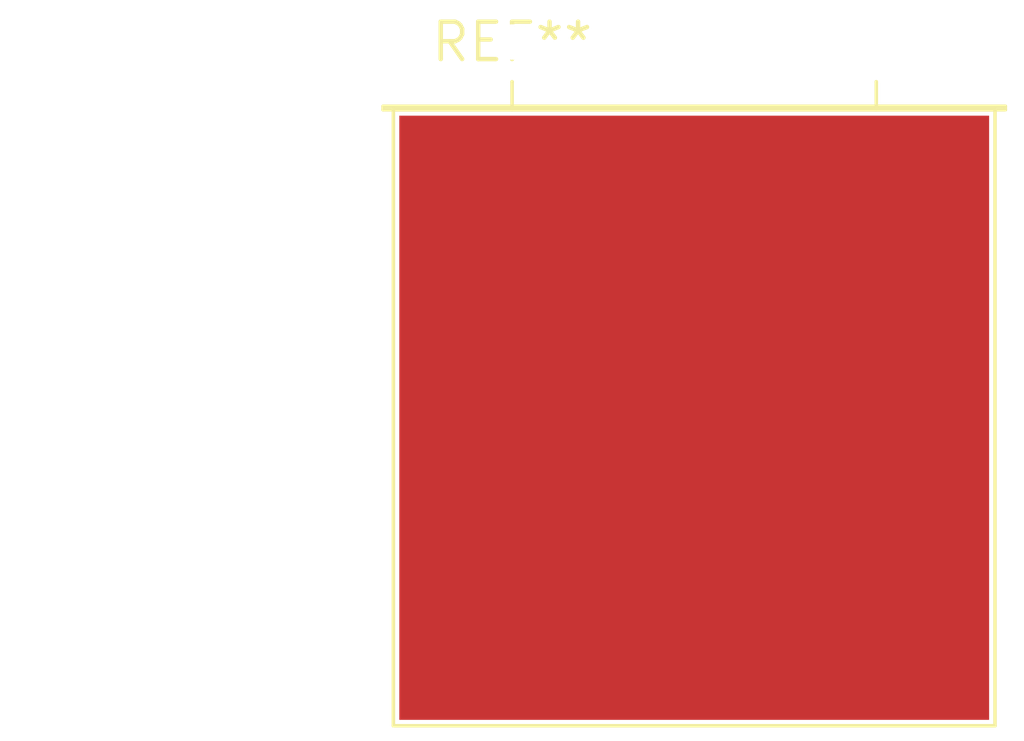
<source format=kicad_pcb>
(kicad_pcb (version 20240108) (generator pcbnew)
  (layers (0 "F.Cu" signal) (31 "B.Cu" signal) (34 "B.Paste" user) (35 "F.Paste" user) (36 "B.SilkS" user "B.Silkscreen") (37 "F.SilkS" user "F.Silkscreen") (38 "B.Mask" user) (39 "F.Mask" user) (44 "Edge.Cuts" user))
  (net 0 "")
  (footprint "Crystal_HC51_Horizontal_1EP_style1" (layer "F.Cu") (at 0 0)
    (property "Reference" "REF**")
    (property "Value" "Crystal_HC51_Horizontal_1EP_style1")
    (fp_line (start -4.375 2.18) (end 16.725 2.18) (layer "F.SilkS") (stroke (width 0.12)))
    (fp_line (start -4.375 2.3) (end -4.375 2.18) (layer "F.SilkS") (stroke (width 0.12)))
    (fp_line (start -4.025 2.3) (end -4.025 23.2) (layer "F.SilkS") (stroke (width 0.12)))
    (fp_line (start -4.025 23.2) (end 16.375 23.2) (layer "F.SilkS") (stroke (width 0.12)))
    (fp_line (start 0 1.35) (end 0 1.35) (layer "F.SilkS") (stroke (width 0.12)))
    (fp_line (start 0 2.3) (end 0 1.35) (layer "F.SilkS") (stroke (width 0.12)))
    (fp_line (start 12.35 1.35) (end 12.35 1.35) (layer "F.SilkS") (stroke (width 0.12)))
    (fp_line (start 12.35 2.3) (end 12.35 1.35) (layer "F.SilkS") (stroke (width 0.12)))
    (fp_line (start 16.375 2.3) (end -4.025 2.3) (layer "F.SilkS") (stroke (width 0.12)))
    (fp_line (start 16.375 23.2) (end 16.375 2.3) (layer "F.SilkS") (stroke (width 0.12)))
    (fp_line (start 16.725 2.18) (end 16.725 2.3) (layer "F.SilkS") (stroke (width 0.12)))
    (fp_line (start 16.725 2.3) (end -4.375 2.3) (layer "F.SilkS") (stroke (width 0.12)))
    (pad "1" thru_hole circle (at 0 0) (size 2.3 2.3) (drill 1.2) (layers *.Cu *.Mask) (remove_unused_layers))
    (pad "2" thru_hole circle (at 12.35 0) (size 2.3 2.3) (drill 1.2) (layers *.Cu *.Mask) (remove_unused_layers))
    (pad "3" smd rect (at 6.175 12.75) (size 20 20.5) (layers "F.Cu" "F.Paste" "F.Mask"))
  )
)
</source>
